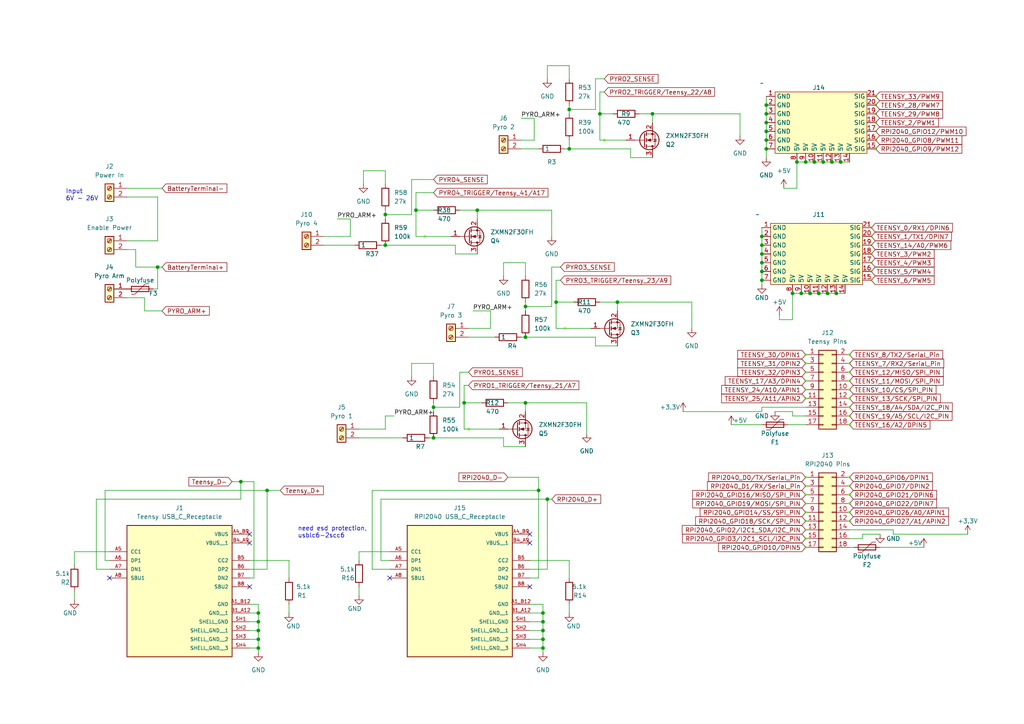
<source format=kicad_sch>
(kicad_sch (version 20231120) (generator "eeschema") (generator_version "8.0")
  (paper "A4")
  (lib_symbols
    (symbol "Conn03x05_1"
      (property "Reference" "J" (at 0 0 0))
      (symbol "Conn03x05_1_1_1"
        (pin power_in line (at 1.27 -3.81 0) (length 2.54) (name "GND") (number "1"))
        (pin power_in line (at 15.24 -22.86 90) (length 2.54) (name "5V") (number "10"))
        (pin power_in line (at 17.78 -22.86 90) (length 2.54) (name "5V") (number "11"))
        (pin power_in line (at 20.32 -22.86 90) (length 2.54) (name "5V") (number "12"))
        (pin power_in line (at 22.86 -22.86 90) (length 2.54) (name "5V") (number "13"))
        (pin power_in line (at 25.4 -22.86 90) (length 2.54) (name "5V") (number "14"))
        (pin bidirectional line (at 33.02 -19.05 180) (length 2.54) (name "SIG") (number "15"))
        (pin bidirectional line (at 33.02 -16.51 180) (length 2.54) (name "SIG") (number "16"))
        (pin bidirectional line (at 33.02 -13.97 180) (length 2.54) (name "SIG") (number "17"))
        (pin bidirectional line (at 33.02 -11.43 180) (length 2.54) (name "SIG") (number "18"))
        (pin bidirectional line (at 33.02 -8.89 180) (length 2.54) (name "SIG") (number "19"))
        (pin power_in line (at 1.27 -6.35 0) (length 2.54) (name "GND") (number "2"))
        (pin bidirectional line (at 33.02 -6.35 180) (length 2.54) (name "SIG") (number "20"))
        (pin bidirectional line (at 33.02 -3.81 180) (length 2.54) (name "SIG") (number "21"))
        (pin power_in line (at 1.27 -8.89 0) (length 2.54) (name "GND") (number "3"))
        (pin power_in line (at 1.27 -11.43 0) (length 2.54) (name "GND") (number "4"))
        (pin power_in line (at 1.27 -13.97 0) (length 2.54) (name "GND") (number "5"))
        (pin power_in line (at 1.27 -16.51 0) (length 2.54) (name "GND") (number "6"))
        (pin power_in line (at 1.27 -19.05 0) (length 2.54) (name "GND") (number "7"))
        (pin power_in line (at 10.16 -22.86 90) (length 2.54) (name "5V") (number "8"))
        (pin power_in line (at 12.7 -22.86 90) (length 2.54) (name "5V") (number "9"))
      )
    )
    (symbol "Connector:Screw_Terminal_01x02" (pin_names (offset 1.016) hide)
      (property "Reference" "J" (at 0 2.54 0))
      (property "Value" "Screw_Terminal_01x02" (at 0 -5.08 0))
      (symbol "Screw_Terminal_01x02_1_1"
        (pin passive line (at -5.08 0 0) (length 3.81) (name "Pin_1") (number "1"))
        (pin passive line (at -5.08 -2.54 0) (length 3.81) (name "Pin_2") (number "2"))
      )
    )
    (symbol "Connector_Generic:Conn_02x09_Odd_Even" (pin_names (offset 1.016) hide)
      (property "Reference" "J" (at 1.27 12.7 0))
      (property "Value" "Conn_02x09_Odd_Even" (at 1.27 -12.7 0))
      (symbol "Conn_02x09_Odd_Even_1_1"
        (pin passive line (at -5.08 10.16 0) (length 3.81) (name "Pin_1") (number "1"))
        (pin passive line (at 7.62 0 180) (length 3.81) (name "Pin_10") (number "10"))
        (pin passive line (at -5.08 -2.54 0) (length 3.81) (name "Pin_11") (number "11"))
        (pin passive line (at 7.62 -2.54 180) (length 3.81) (name "Pin_12") (number "12"))
        (pin passive line (at -5.08 -5.08 0) (length 3.81) (name "Pin_13") (number "13"))
        (pin passive line (at 7.62 -5.08 180) (length 3.81) (name "Pin_14") (number "14"))
        (pin passive line (at -5.08 -7.62 0) (length 3.81) (name "Pin_15") (number "15"))
        (pin passive line (at 7.62 -7.62 180) (length 3.81) (name "Pin_16") (number "16"))
        (pin passive line (at -5.08 -10.16 0) (length 3.81) (name "Pin_17") (number "17"))
        (pin passive line (at 7.62 -10.16 180) (length 3.81) (name "Pin_18") (number "18"))
        (pin passive line (at 7.62 10.16 180) (length 3.81) (name "Pin_2") (number "2"))
        (pin passive line (at -5.08 7.62 0) (length 3.81) (name "Pin_3") (number "3"))
        (pin passive line (at 7.62 7.62 180) (length 3.81) (name "Pin_4") (number "4"))
        (pin passive line (at -5.08 5.08 0) (length 3.81) (name "Pin_5") (number "5"))
        (pin passive line (at 7.62 5.08 180) (length 3.81) (name "Pin_6") (number "6"))
        (pin passive line (at -5.08 2.54 0) (length 3.81) (name "Pin_7") (number "7"))
        (pin passive line (at 7.62 2.54 180) (length 3.81) (name "Pin_8") (number "8"))
        (pin passive line (at -5.08 0 0) (length 3.81) (name "Pin_9") (number "9"))
      )
    )
    (symbol "CustomLibrary:Conn03x05"
      (property "Reference" "J" (at 0 0 0))
      (symbol "Conn03x05_1_1"
        (pin power_in line (at 1.27 -3.81 0) (length 2.54) (name "GND") (number "1"))
        (pin power_in line (at 15.24 -22.86 90) (length 2.54) (name "5V") (number "10"))
        (pin power_in line (at 17.78 -22.86 90) (length 2.54) (name "5V") (number "11"))
        (pin power_in line (at 20.32 -22.86 90) (length 2.54) (name "5V") (number "12"))
        (pin power_in line (at 22.86 -22.86 90) (length 2.54) (name "5V") (number "13"))
        (pin power_in line (at 25.4 -22.86 90) (length 2.54) (name "5V") (number "14"))
        (pin bidirectional line (at 33.02 -19.05 180) (length 2.54) (name "SIG") (number "15"))
        (pin bidirectional line (at 33.02 -16.51 180) (length 2.54) (name "SIG") (number "16"))
        (pin bidirectional line (at 33.02 -13.97 180) (length 2.54) (name "SIG") (number "17"))
        (pin bidirectional line (at 33.02 -11.43 180) (length 2.54) (name "SIG") (number "18"))
        (pin bidirectional line (at 33.02 -8.89 180) (length 2.54) (name "SIG") (number "19"))
        (pin power_in line (at 1.27 -6.35 0) (length 2.54) (name "GND") (number "2"))
        (pin bidirectional line (at 33.02 -6.35 180) (length 2.54) (name "SIG") (number "20"))
        (pin bidirectional line (at 33.02 -3.81 180) (length 2.54) (name "SIG") (number "21"))
        (pin power_in line (at 1.27 -8.89 0) (length 2.54) (name "GND") (number "3"))
        (pin power_in line (at 1.27 -11.43 0) (length 2.54) (name "GND") (number "4"))
        (pin power_in line (at 1.27 -13.97 0) (length 2.54) (name "GND") (number "5"))
        (pin power_in line (at 1.27 -16.51 0) (length 2.54) (name "GND") (number "6"))
        (pin power_in line (at 1.27 -19.05 0) (length 2.54) (name "GND") (number "7"))
        (pin power_in line (at 10.16 -22.86 90) (length 2.54) (name "5V") (number "8"))
        (pin power_in line (at 12.7 -22.86 90) (length 2.54) (name "5V") (number "9"))
      )
    )
    (symbol "Device:Polyfuse" (pin_numbers hide) (pin_names (offset 0))
      (property "Reference" "F" (at -2.54 0 90))
      (property "Value" "Polyfuse" (at 2.54 0 90))
      (symbol "Polyfuse_1_1"
        (pin passive line (at 0 3.81 270) (length 1.27) (name "~") (number "1"))
        (pin passive line (at 0 -3.81 90) (length 1.27) (name "~") (number "2"))
      )
    )
    (symbol "Device:R" (pin_numbers hide) (pin_names (offset 0))
      (property "Reference" "R" (at 2.032 0 90))
      (property "Value" "R" (at 0 0 90))
      (symbol "R_1_1"
        (pin passive line (at 0 3.81 270) (length 1.27) (name "~") (number "1"))
        (pin passive line (at 0 -3.81 90) (length 1.27) (name "~") (number "2"))
      )
    )
    (symbol "Transistor_FET:ZXMN2F30FH" (pin_names hide)
      (property "Reference" "Q" (at 5.08 1.905 0))
      (property "Value" "ZXMN2F30FH" (at 5.08 0 0))
      (symbol "ZXMN2F30FH_1_1"
        (pin input line (at -5.08 0 0) (length 2.54) (name "G") (number "1"))
        (pin passive line (at 2.54 -5.08 90) (length 2.54) (name "S") (number "2"))
        (pin passive line (at 2.54 5.08 270) (length 2.54) (name "D") (number "3"))
      )
    )
    (symbol "USBC:USB4105-GF-A" (pin_names (offset 1.016))
      (property "Reference" "J" (at -15.24 13.97 0))
      (property "Value" "USB4105-GF-A" (at -15.24 -27.94 0))
      (symbol "USB4105-GF-A_0_0"
        (pin power_in line (at 20.32 -10.16 180) (length 5.08) (name "GND") (number "A1_B12"))
        (pin power_in line (at 20.32 10.16 180) (length 5.08) (name "VBUS") (number "A4_B9"))
        (pin bidirectional line (at -20.32 5.08 0) (length 5.08) (name "CC1") (number "A5"))
        (pin bidirectional line (at -20.32 2.54 0) (length 5.08) (name "DP1") (number "A6"))
        (pin bidirectional line (at -20.32 0 0) (length 5.08) (name "DN1") (number "A7"))
        (pin bidirectional line (at -20.32 -2.54 0) (length 5.08) (name "SBU1") (number "A8"))
        (pin power_in line (at 20.32 -12.7 180) (length 5.08) (name "GND__1") (number "B1_A12"))
        (pin power_in line (at 20.32 7.62 180) (length 5.08) (name "VBUS__1") (number "B4_A9"))
        (pin bidirectional line (at 20.32 2.54 180) (length 5.08) (name "CC2") (number "B5"))
        (pin bidirectional line (at 20.32 0 180) (length 5.08) (name "DP2") (number "B6"))
        (pin bidirectional line (at 20.32 -2.54 180) (length 5.08) (name "DN2") (number "B7"))
        (pin bidirectional line (at 20.32 -5.08 180) (length 5.08) (name "SBU2") (number "B8"))
        (pin power_in line (at 20.32 -15.24 180) (length 5.08) (name "SHELL_GND") (number "SH1"))
        (pin power_in line (at 20.32 -17.78 180) (length 5.08) (name "SHELL_GND__1") (number "SH2"))
        (pin power_in line (at 20.32 -20.32 180) (length 5.08) (name "SHELL_GND__2") (number "SH3"))
        (pin power_in line (at 20.32 -22.86 180) (length 5.08) (name "SHELL_GND__3") (number "SH4"))
      )
    )
    (symbol "power:+3.3V" (power) (pin_names (offset 0))
      (property "Value" "+3.3V" (at 0 3.556 0))
      (symbol "+3.3V_1_1"
        (pin power_in line (at 0 0 90) (length 0) hide (name "+3.3V") (number "1"))
      )
    )
    (symbol "power:+5V" (power) (pin_names (offset 0))
      (property "Value" "+5V" (at 0 3.556 0))
      (symbol "+5V_1_1"
        (pin power_in line (at 0 0 90) (length 0) hide (name "+5V") (number "1"))
      )
    )
    (symbol "power:GND" (power) (pin_names (offset 0))
      (property "Value" "GND" (at 0 -3.81 0))
      (symbol "GND_1_1"
        (pin power_in line (at 0 0 270) (length 0) hide (name "GND") (number "1"))
      )
    )
  )
  (junction (at 157.48 187.96))
  (junction (at 111.76 62.23))
  (junction (at 152.4 88.9))
  (junction (at 222.25 35.56))
  (junction (at 156.21 142.24))
  (junction (at 157.48 177.8))
  (junction (at 157.48 182.88))
  (junction (at 125.73 127))
  (junction (at 134.62 116.84))
  (junction (at 165.1 43.18))
  (junction (at 222.25 38.1))
  (junction (at 241.3 46.99))
  (junction (at 179.07 87.63))
  (junction (at 111.76 71.12))
  (junction (at 240.03 85.09))
  (junction (at 220.98 68.58))
  (junction (at 231.14 46.99))
  (junction (at 222.25 33.02))
  (junction (at 120.65 60.96))
  (junction (at 237.49 85.09))
  (junction (at 222.25 43.18))
  (junction (at 234.95 85.09))
  (junction (at 74.93 177.8))
  (junction (at 158.75 144.78))
  (junction (at 77.47 142.24))
  (junction (at 74.93 185.42))
  (junction (at 69.85 139.7))
  (junction (at 189.23 33.02))
  (junction (at 220.98 73.66))
  (junction (at 222.25 40.64))
  (junction (at 173.99 33.02))
  (junction (at 220.98 76.2))
  (junction (at 220.98 81.28))
  (junction (at 74.93 187.96))
  (junction (at 152.4 97.79))
  (junction (at 242.57 85.09))
  (junction (at 222.25 30.48))
  (junction (at 45.72 77.47))
  (junction (at 161.29 87.63))
  (junction (at 157.48 180.34))
  (junction (at 138.43 60.96))
  (junction (at 74.93 182.88))
  (junction (at 74.93 180.34))
  (junction (at 232.41 85.09))
  (junction (at 238.76 46.99))
  (junction (at 165.1 31.75))
  (junction (at 220.98 78.74))
  (junction (at 152.4 116.84))
  (junction (at 229.87 85.09))
  (junction (at 220.98 71.12))
  (junction (at 236.22 46.99))
  (junction (at 125.73 118.11))
  (junction (at 233.68 46.99))
  (junction (at 243.84 46.99))
  (junction (at 157.48 185.42))
  (no_connect (at 113.03 167.64))
  (no_connect (at 153.67 170.18))
  (no_connect (at 31.75 167.64))
  (no_connect (at 153.67 154.94))
  (no_connect (at 72.39 170.18))
  (no_connect (at 72.39 157.48))
  (no_connect (at 72.39 154.94))
  (no_connect (at 153.67 157.48))
  (wire (pts (xy 157.48 180.34) (xy 157.48 182.88)))
  (wire (pts (xy 72.39 167.64) (xy 73.66 167.64)))
  (wire (pts (xy 21.59 163.83) (xy 21.59 160.02)))
  (wire (pts (xy 165.1 30.48) (xy 165.1 31.75)))
  (wire (pts (xy 222.25 38.1) (xy 222.25 40.64)))
  (wire (pts (xy 125.73 118.11) (xy 125.73 119.38)))
  (wire (pts (xy 133.35 107.95) (xy 133.35 118.11)))
  (wire (pts (xy 161.29 81.28) (xy 161.29 87.63)))
  (wire (pts (xy 125.73 55.88) (xy 120.65 55.88)))
  (wire (pts (xy 27.94 144.78) (xy 69.85 144.78)))
  (wire (pts (xy 93.98 68.58) (xy 101.6 68.58)))
  (wire (pts (xy 160.02 77.47) (xy 160.02 88.9)))
  (wire (pts (xy 39.37 72.39) (xy 36.83 72.39)))
  (wire (pts (xy 229.87 120.65) (xy 233.68 120.65)))
  (wire (pts (xy 179.07 87.63) (xy 200.66 87.63)))
  (wire (pts (xy 157.48 185.42) (xy 157.48 187.96)))
  (wire (pts (xy 152.4 76.2) (xy 152.4 80.01)))
  (wire (pts (xy 74.93 185.42) (xy 74.93 187.96)))
  (wire (pts (xy 157.48 187.96) (xy 157.48 189.23)))
  (wire (pts (xy 231.14 54.61) (xy 231.14 46.99)))
  (wire (pts (xy 198.12 119.38) (xy 220.98 119.38)))
  (wire (pts (xy 133.35 60.96) (xy 138.43 60.96)))
  (wire (pts (xy 153.67 177.8) (xy 157.48 177.8)))
  (wire (pts (xy 161.29 95.25) (xy 171.45 95.25)))
  (wire (pts (xy 173.99 26.67) (xy 173.99 33.02)))
  (wire (pts (xy 165.1 40.64) (xy 165.1 43.18)))
  (wire (pts (xy 120.65 60.96) (xy 120.65 68.58)))
  (wire (pts (xy 110.49 162.56) (xy 113.03 162.56)))
  (wire (pts (xy 172.72 22.86) (xy 172.72 31.75)))
  (wire (pts (xy 125.73 116.84) (xy 125.73 118.11)))
  (wire (pts (xy 166.37 87.63) (xy 161.29 87.63)))
  (wire (pts (xy 146.05 76.2) (xy 152.4 76.2)))
  (wire (pts (xy 111.76 62.23) (xy 111.76 63.5)))
  (wire (pts (xy 31.75 162.56) (xy 30.48 162.56)))
  (wire (pts (xy 72.39 162.56) (xy 83.82 162.56)))
  (wire (pts (xy 259.08 153.67) (xy 246.38 153.67)))
  (wire (pts (xy 135.89 95.25) (xy 142.24 95.25)))
  (wire (pts (xy 220.98 118.11) (xy 233.68 118.11)))
  (wire (pts (xy 110.49 144.78) (xy 158.75 144.78)))
  (wire (pts (xy 104.14 127) (xy 116.84 127)))
  (wire (pts (xy 30.48 162.56) (xy 30.48 142.24)))
  (wire (pts (xy 72.39 165.1) (xy 77.47 165.1)))
  (wire (pts (xy 237.49 85.09) (xy 240.03 85.09)))
  (wire (pts (xy 132.08 73.66) (xy 138.43 73.66)))
  (wire (pts (xy 111.76 120.65) (xy 114.3 120.65)))
  (wire (pts (xy 222.25 35.56) (xy 222.25 38.1)))
  (wire (pts (xy 226.06 92.71) (xy 229.87 92.71)))
  (wire (pts (xy 119.38 109.22) (xy 119.38 105.41)))
  (wire (pts (xy 153.67 180.34) (xy 157.48 180.34)))
  (wire (pts (xy 151.13 40.64) (xy 154.94 40.64)))
  (wire (pts (xy 119.38 62.23) (xy 111.76 62.23)))
  (wire (pts (xy 151.13 97.79) (xy 152.4 97.79)))
  (wire (pts (xy 111.76 60.96) (xy 111.76 62.23)))
  (wire (pts (xy 243.84 46.99) (xy 246.38 46.99)))
  (wire (pts (xy 222.25 27.94) (xy 222.25 30.48)))
  (wire (pts (xy 39.37 77.47) (xy 39.37 72.39)))
  (wire (pts (xy 45.72 57.15) (xy 45.72 69.85)))
  (wire (pts (xy 41.91 90.17) (xy 46.99 90.17)))
  (wire (pts (xy 185.42 33.02) (xy 189.23 33.02)))
  (wire (pts (xy 135.89 111.76) (xy 134.62 111.76)))
  (wire (pts (xy 153.67 162.56) (xy 165.1 162.56)))
  (wire (pts (xy 39.37 77.47) (xy 45.72 77.47)))
  (wire (pts (xy 158.75 165.1) (xy 153.67 165.1)))
  (wire (pts (xy 170.18 116.84) (xy 170.18 125.73)))
  (wire (pts (xy 107.95 142.24) (xy 156.21 142.24)))
  (wire (pts (xy 220.98 66.04) (xy 220.98 68.58)))
  (wire (pts (xy 214.63 33.02) (xy 214.63 39.37)))
  (wire (pts (xy 138.43 60.96) (xy 138.43 63.5)))
  (wire (pts (xy 250.19 156.21) (xy 246.38 156.21)))
  (wire (pts (xy 73.66 167.64) (xy 73.66 139.7)))
  (wire (pts (xy 222.25 30.48) (xy 222.25 33.02)))
  (wire (pts (xy 74.93 187.96) (xy 74.93 189.23)))
  (wire (pts (xy 182.88 45.72) (xy 189.23 45.72)))
  (wire (pts (xy 165.1 31.75) (xy 165.1 33.02)))
  (wire (pts (xy 153.67 175.26) (xy 157.48 175.26)))
  (wire (pts (xy 175.26 26.67) (xy 173.99 26.67)))
  (wire (pts (xy 36.83 54.61) (xy 46.99 54.61)))
  (wire (pts (xy 21.59 173.99) (xy 21.59 171.45)))
  (wire (pts (xy 224.79 119.38) (xy 229.87 119.38)))
  (wire (pts (xy 220.98 76.2) (xy 220.98 78.74)))
  (wire (pts (xy 220.98 73.66) (xy 220.98 76.2)))
  (wire (pts (xy 111.76 124.46) (xy 111.76 120.65)))
  (wire (pts (xy 120.65 55.88) (xy 120.65 60.96)))
  (wire (pts (xy 134.62 124.46) (xy 144.78 124.46)))
  (wire (pts (xy 132.08 71.12) (xy 132.08 73.66)))
  (wire (pts (xy 134.62 111.76) (xy 134.62 116.84)))
  (wire (pts (xy 220.98 71.12) (xy 220.98 73.66)))
  (wire (pts (xy 74.93 175.26) (xy 74.93 177.8)))
  (wire (pts (xy 74.93 182.88) (xy 74.93 185.42)))
  (wire (pts (xy 151.13 43.18) (xy 156.21 43.18)))
  (wire (pts (xy 41.91 90.17) (xy 41.91 86.36)))
  (wire (pts (xy 220.98 119.38) (xy 220.98 118.11)))
  (wire (pts (xy 146.05 127) (xy 146.05 129.54)))
  (wire (pts (xy 163.83 43.18) (xy 165.1 43.18)))
  (wire (pts (xy 72.39 187.96) (xy 74.93 187.96)))
  (wire (pts (xy 172.72 31.75) (xy 165.1 31.75)))
  (wire (pts (xy 228.6 123.19) (xy 233.68 123.19)))
  (wire (pts (xy 105.41 49.53) (xy 111.76 49.53)))
  (wire (pts (xy 110.49 144.78) (xy 110.49 162.56)))
  (wire (pts (xy 125.73 105.41) (xy 125.73 109.22)))
  (wire (pts (xy 212.09 123.19) (xy 220.98 123.19)))
  (wire (pts (xy 160.02 88.9) (xy 152.4 88.9)))
  (wire (pts (xy 238.76 46.99) (xy 241.3 46.99)))
  (wire (pts (xy 110.49 71.12) (xy 111.76 71.12)))
  (wire (pts (xy 247.65 158.75) (xy 246.38 158.75)))
  (wire (pts (xy 220.98 81.28) (xy 220.98 78.74)))
  (wire (pts (xy 154.94 40.64) (xy 154.94 34.29)))
  (wire (pts (xy 222.25 43.18) (xy 222.25 40.64)))
  (wire (pts (xy 189.23 33.02) (xy 214.63 33.02)))
  (wire (pts (xy 21.59 160.02) (xy 31.75 160.02)))
  (wire (pts (xy 27.94 165.1) (xy 27.94 144.78)))
  (wire (pts (xy 165.1 162.56) (xy 165.1 167.64)))
  (wire (pts (xy 157.48 182.88) (xy 157.48 185.42)))
  (wire (pts (xy 124.46 127) (xy 125.73 127)))
  (wire (pts (xy 234.95 85.09) (xy 237.49 85.09)))
  (wire (pts (xy 165.1 19.05) (xy 165.1 22.86)))
  (wire (pts (xy 160.02 77.47) (xy 162.56 77.47)))
  (wire (pts (xy 158.75 144.78) (xy 158.75 165.1)))
  (wire (pts (xy 161.29 87.63) (xy 161.29 95.25)))
  (wire (pts (xy 119.38 52.07) (xy 119.38 62.23)))
  (wire (pts (xy 152.4 88.9) (xy 152.4 90.17)))
  (wire (pts (xy 255.27 154.94) (xy 250.19 154.94)))
  (wire (pts (xy 226.06 92.71) (xy 226.06 91.44)))
  (wire (pts (xy 133.35 118.11) (xy 125.73 118.11)))
  (wire (pts (xy 250.19 154.94) (xy 250.19 156.21)))
  (wire (pts (xy 119.38 105.41) (xy 125.73 105.41)))
  (wire (pts (xy 111.76 71.12) (xy 132.08 71.12)))
  (wire (pts (xy 104.14 172.72) (xy 104.14 170.18)))
  (wire (pts (xy 182.88 43.18) (xy 182.88 45.72)))
  (wire (pts (xy 30.48 142.24) (xy 77.47 142.24)))
  (wire (pts (xy 104.14 124.46) (xy 111.76 124.46)))
  (wire (pts (xy 160.02 60.96) (xy 160.02 68.58)))
  (wire (pts (xy 233.68 46.99) (xy 236.22 46.99)))
  (wire (pts (xy 142.24 90.17) (xy 137.16 90.17)))
  (wire (pts (xy 229.87 85.09) (xy 232.41 85.09)))
  (wire (pts (xy 77.47 142.24) (xy 81.28 142.24)))
  (wire (pts (xy 220.98 68.58) (xy 220.98 71.12)))
  (wire (pts (xy 153.67 182.88) (xy 157.48 182.88)))
  (wire (pts (xy 153.67 185.42) (xy 157.48 185.42)))
  (wire (pts (xy 173.99 40.64) (xy 181.61 40.64)))
  (wire (pts (xy 152.4 116.84) (xy 170.18 116.84)))
  (wire (pts (xy 101.6 63.5) (xy 97.79 63.5)))
  (wire (pts (xy 157.48 175.26) (xy 157.48 177.8)))
  (wire (pts (xy 229.87 119.38) (xy 229.87 120.65)))
  (wire (pts (xy 172.72 100.33) (xy 179.07 100.33)))
  (wire (pts (xy 135.89 97.79) (xy 143.51 97.79)))
  (wire (pts (xy 113.03 165.1) (xy 107.95 165.1)))
  (wire (pts (xy 231.14 46.99) (xy 233.68 46.99)))
  (wire (pts (xy 236.22 46.99) (xy 238.76 46.99)))
  (wire (pts (xy 175.26 22.86) (xy 172.72 22.86)))
  (wire (pts (xy 177.8 33.02) (xy 173.99 33.02)))
  (wire (pts (xy 138.43 60.96) (xy 160.02 60.96)))
  (wire (pts (xy 72.39 180.34) (xy 74.93 180.34)))
  (wire (pts (xy 229.87 92.71) (xy 229.87 85.09)))
  (wire (pts (xy 146.05 80.01) (xy 146.05 76.2)))
  (wire (pts (xy 165.1 177.8) (xy 165.1 175.26)))
  (wire (pts (xy 172.72 97.79) (xy 172.72 100.33)))
  (wire (pts (xy 111.76 49.53) (xy 111.76 53.34)))
  (wire (pts (xy 173.99 33.02) (xy 173.99 40.64)))
  (wire (pts (xy 74.93 177.8) (xy 74.93 180.34)))
  (wire (pts (xy 44.45 83.82) (xy 45.72 83.82)))
  (wire (pts (xy 83.82 162.56) (xy 83.82 167.64)))
  (wire (pts (xy 158.75 22.86) (xy 158.75 19.05)))
  (wire (pts (xy 259.08 154.94) (xy 259.08 153.67)))
  (wire (pts (xy 134.62 116.84) (xy 134.62 124.46)))
  (wire (pts (xy 120.65 68.58) (xy 130.81 68.58)))
  (wire (pts (xy 227.33 54.61) (xy 231.14 54.61)))
  (wire (pts (xy 147.32 138.43) (xy 156.21 138.43)))
  (wire (pts (xy 152.4 116.84) (xy 152.4 119.38)))
  (wire (pts (xy 72.39 177.8) (xy 74.93 177.8)))
  (wire (pts (xy 72.39 182.88) (xy 74.93 182.88)))
  (wire (pts (xy 160.02 144.78) (xy 158.75 144.78)))
  (wire (pts (xy 41.91 86.36) (xy 36.83 86.36)))
  (wire (pts (xy 241.3 46.99) (xy 243.84 46.99)))
  (wire (pts (xy 259.08 154.94) (xy 280.67 154.94)))
  (wire (pts (xy 133.35 107.95) (xy 135.89 107.95)))
  (wire (pts (xy 69.85 144.78) (xy 69.85 139.7)))
  (wire (pts (xy 74.93 180.34) (xy 74.93 182.88)))
  (wire (pts (xy 107.95 165.1) (xy 107.95 142.24)))
  (wire (pts (xy 162.56 81.28) (xy 161.29 81.28)))
  (wire (pts (xy 77.47 165.1) (xy 77.47 142.24)))
  (wire (pts (xy 153.67 167.64) (xy 156.21 167.64)))
  (wire (pts (xy 222.25 33.02) (xy 222.25 35.56)))
  (wire (pts (xy 45.72 77.47) (xy 46.99 77.47)))
  (wire (pts (xy 147.32 116.84) (xy 152.4 116.84)))
  (wire (pts (xy 165.1 43.18) (xy 182.88 43.18)))
  (wire (pts (xy 156.21 167.64) (xy 156.21 142.24)))
  (wire (pts (xy 153.67 187.96) (xy 157.48 187.96)))
  (wire (pts (xy 104.14 160.02) (xy 113.03 160.02)))
  (wire (pts (xy 139.7 116.84) (xy 134.62 116.84)))
  (wire (pts (xy 232.41 85.09) (xy 234.95 85.09)))
  (wire (pts (xy 105.41 53.34) (xy 105.41 49.53)))
  (wire (pts (xy 146.05 129.54) (xy 152.4 129.54)))
  (wire (pts (xy 154.94 34.29) (xy 151.13 34.29)))
  (wire (pts (xy 156.21 142.24) (xy 156.21 138.43)))
  (wire (pts (xy 222.25 45.72) (xy 222.25 43.18)))
  (wire (pts (xy 93.98 71.12) (xy 102.87 71.12)))
  (wire (pts (xy 72.39 175.26) (xy 74.93 175.26)))
  (wire (pts (xy 125.73 127) (xy 146.05 127)))
  (wire (pts (xy 83.82 177.8) (xy 83.82 175.26)))
  (wire (pts (xy 158.75 19.05) (xy 165.1 19.05)))
  (wire (pts (xy 101.6 68.58) (xy 101.6 63.5)))
  (wire (pts (xy 267.97 158.75) (xy 255.27 158.75)))
  (wire (pts (xy 200.66 87.63) (xy 200.66 95.25)))
  (wire (pts (xy 31.75 165.1) (xy 27.94 165.1)))
  (wire (pts (xy 69.85 139.7) (xy 67.31 139.7)))
  (wire (pts (xy 189.23 33.02) (xy 189.23 35.56)))
  (wire (pts (xy 73.66 139.7) (xy 69.85 139.7)))
  (wire (pts (xy 152.4 87.63) (xy 152.4 88.9)))
  (wire (pts (xy 157.48 177.8) (xy 157.48 180.34)))
  (wire (pts (xy 220.98 82.55) (xy 220.98 81.28)))
  (wire (pts (xy 72.39 185.42) (xy 74.93 185.42)))
  (wire (pts (xy 240.03 85.09) (xy 242.57 85.09)))
  (wire (pts (xy 45.72 77.47) (xy 45.72 83.82)))
  (wire (pts (xy 119.38 52.07) (xy 125.73 52.07)))
  (wire (pts (xy 36.83 57.15) (xy 45.72 57.15)))
  (wire (pts (xy 179.07 87.63) (xy 179.07 90.17)))
  (wire (pts (xy 173.99 87.63) (xy 179.07 87.63)))
  (wire (pts (xy 152.4 97.79) (xy 172.72 97.79)))
  (wire (pts (xy 104.14 162.56) (xy 104.14 160.02)))
  (wire (pts (xy 242.57 85.09) (xy 245.11 85.09)))
  (wire (pts (xy 125.73 60.96) (xy 120.65 60.96)))
  (wire (pts (xy 36.83 69.85) (xy 45.72 69.85)))
  (wire (pts (xy 142.24 95.25) (xy 142.24 90.17)))
  (text "need esd protection,\nusblc6-2scc6" (at 86.36 156.21 0) (effects (font (size 1.27 1.27)) (justify left bottom)))
  (text "Input \n6V - 26V" (at 19.05 58.42 0) (effects (font (size 1.27 1.27)) (justify left bottom)))
  (label "PYRO_ARM+" (at 114.3 120.65 0))
  (label "PYRO_ARM+" (at 97.79 63.5 0))
  (label "PYRO_ARM+" (at 137.16 90.17 0))
  (label "PYRO_ARM+" (at 151.13 34.29 0))
  (global_label "RPI2040_GPIO7{slash}DPIN2" (shape input) (at 246.38 140.97 0) (property "Intersheetrefs" "${INTERSHEET_REFS}" (effects (hide yes))))
  (global_label "RPI2040_GPIO18{slash}SCK{slash}SPI_PIN" (shape input) (at 233.68 151.13 180) (property "Intersheetrefs" "${INTERSHEET_REFS}" (effects (hide yes))))
  (global_label "TEENSY_25{slash}A11{slash}APIN2" (shape input) (at 233.68 115.57 180) (property "Intersheetrefs" "${INTERSHEET_REFS}" (effects (hide yes))))
  (global_label "RPI2040_GPIO14{slash}SS{slash}SPI_PIN" (shape input) (at 233.68 148.59 180) (property "Intersheetrefs" "${INTERSHEET_REFS}" (effects (hide yes))))
  (global_label "PYRO2_TRIGGER{slash}Teensy_22{slash}A8" (shape input) (at 175.26 26.67 0) (property "Intersheetrefs" "${INTERSHEET_REFS}" (effects (hide yes))))
  (global_label "TEENSY_32{slash}DPIN3" (shape input) (at 233.68 107.95 180) (property "Intersheetrefs" "${INTERSHEET_REFS}" (effects (hide yes))))
  (global_label "TEENSY_16{slash}A2{slash}DPIN5" (shape input) (at 246.38 123.19 0) (property "Intersheetrefs" "${INTERSHEET_REFS}" (effects (hide yes))))
  (global_label "TEENSY_2{slash}PWM1" (shape input) (at 254 35.56 0) (property "Intersheetrefs" "${INTERSHEET_REFS}" (effects (hide yes))))
  (global_label "TEENSY_31{slash}DPIN2" (shape input) (at 233.68 105.41 180) (property "Intersheetrefs" "${INTERSHEET_REFS}" (effects (hide yes))))
  (global_label "TEENSY_7{slash}RX2{slash}Serial_Pin" (shape input) (at 246.38 105.41 0) (property "Intersheetrefs" "${INTERSHEET_REFS}" (effects (hide yes))))
  (global_label "RPI2040_GPIO9{slash}PWM12" (shape input) (at 254 43.18 0) (property "Intersheetrefs" "${INTERSHEET_REFS}" (effects (hide yes))))
  (global_label "BatteryTerminal+" (shape input) (at 46.99 77.47 0) (property "Intersheetrefs" "${INTERSHEET_REFS}" (effects (hide yes))))
  (global_label "PYRO4_TRIGGER{slash}Teensy_41{slash}A17" (shape input) (at 125.73 55.88 0) (property "Intersheetrefs" "${INTERSHEET_REFS}" (effects (hide yes))))
  (global_label "Teensy_D+" (shape input) (at 81.28 142.24 0) (property "Intersheetrefs" "${INTERSHEET_REFS}" (effects (hide yes))))
  (global_label "RPI2040_GPIO27{slash}A1{slash}APIN2" (shape input) (at 246.38 151.13 0) (property "Intersheetrefs" "${INTERSHEET_REFS}" (effects (hide yes))))
  (global_label "TEENSY_19{slash}A5{slash}SCL{slash}I2C_PIN" (shape input) (at 246.38 120.65 0) (property "Intersheetrefs" "${INTERSHEET_REFS}" (effects (hide yes))))
  (global_label "RPI2040_D0{slash}TX{slash}Serial_Pin" (shape input) (at 233.68 138.43 180) (property "Intersheetrefs" "${INTERSHEET_REFS}" (effects (hide yes))))
  (global_label "BatteryTerminal-" (shape input) (at 46.99 54.61 0) (property "Intersheetrefs" "${INTERSHEET_REFS}" (effects (hide yes))))
  (global_label "RPI2040_GPIO22{slash}DPIN7" (shape input) (at 246.38 146.05 0) (property "Intersheetrefs" "${INTERSHEET_REFS}" (effects (hide yes))))
  (global_label "RPI2040_GPIO6{slash}DPIN1" (shape input) (at 246.38 138.43 0) (property "Intersheetrefs" "${INTERSHEET_REFS}" (effects (hide yes))))
  (global_label "TEENSY_24{slash}A10{slash}APIN1" (shape input) (at 233.68 113.03 180) (property "Intersheetrefs" "${INTERSHEET_REFS}" (effects (hide yes))))
  (global_label "TEENSY_5{slash}PWM4" (shape input) (at 252.73 78.74 0) (property "Intersheetrefs" "${INTERSHEET_REFS}" (effects (hide yes))))
  (global_label "TEENSY_29{slash}PWM8" (shape input) (at 254 33.02 0) (property "Intersheetrefs" "${INTERSHEET_REFS}" (effects (hide yes))))
  (global_label "TEENSY_18{slash}A4{slash}SDA{slash}I2C_PIN" (shape input) (at 246.38 118.11 0) (property "Intersheetrefs" "${INTERSHEET_REFS}" (effects (hide yes))))
  (global_label "TEENSY_11{slash}MOSI{slash}SPI_PIN" (shape input) (at 246.38 110.49 0) (property "Intersheetrefs" "${INTERSHEET_REFS}" (effects (hide yes))))
  (global_label "PYRO2_SENSE" (shape input) (at 175.26 22.86 0) (property "Intersheetrefs" "${INTERSHEET_REFS}" (effects (hide yes))))
  (global_label "TEENSY_14{slash}A0{slash}PWM6" (shape input) (at 252.73 71.12 0) (property "Intersheetrefs" "${INTERSHEET_REFS}" (effects (hide yes))))
  (global_label "TEENSY_6{slash}PWM5" (shape input) (at 252.73 81.28 0) (property "Intersheetrefs" "${INTERSHEET_REFS}" (effects (hide yes))))
  (global_label "RPI2040_D1{slash}RX{slash}Serial_Pin" (shape input) (at 233.68 140.97 180) (property "Intersheetrefs" "${INTERSHEET_REFS}" (effects (hide yes))))
  (global_label "TEENSY_0{slash}RX1{slash}DPIN6" (shape input) (at 252.73 66.04 0) (property "Intersheetrefs" "${INTERSHEET_REFS}" (effects (hide yes))))
  (global_label "RPI2040_GPIO21{slash}DPIN6" (shape input) (at 246.38 143.51 0) (property "Intersheetrefs" "${INTERSHEET_REFS}" (effects (hide yes))))
  (global_label "PYRO3_SENSE" (shape input) (at 162.56 77.47 0) (property "Intersheetrefs" "${INTERSHEET_REFS}" (effects (hide yes))))
  (global_label "TEENSY_1{slash}TX1{slash}DPIN7" (shape input) (at 252.73 68.58 0) (property "Intersheetrefs" "${INTERSHEET_REFS}" (effects (hide yes))))
  (global_label "RPI2040_GPIO2{slash}I2C1_SDA{slash}I2C_PIN" (shape input) (at 233.68 153.67 180) (property "Intersheetrefs" "${INTERSHEET_REFS}" (effects (hide yes))))
  (global_label "TEENSY_8{slash}TX2{slash}Serial_Pin" (shape input) (at 246.38 102.87 0) (property "Intersheetrefs" "${INTERSHEET_REFS}" (effects (hide yes))))
  (global_label "RPI2040_D-" (shape input) (at 147.32 138.43 180) (property "Intersheetrefs" "${INTERSHEET_REFS}" (effects (hide yes))))
  (global_label "RPI2040_GPIO3{slash}I2C1_SCL{slash}I2C_PIN" (shape input) (at 233.68 156.21 180) (property "Intersheetrefs" "${INTERSHEET_REFS}" (effects (hide yes))))
  (global_label "PYRO_ARM+" (shape input) (at 46.99 90.17 0) (property "Intersheetrefs" "${INTERSHEET_REFS}" (effects (hide yes))))
  (global_label "TEENSY_3{slash}PWM2" (shape input) (at 252.73 73.66 0) (property "Intersheetrefs" "${INTERSHEET_REFS}" (effects (hide yes))))
  (global_label "RPI2040_GPIO8{slash}PWM11" (shape input) (at 254 40.64 0) (property "Intersheetrefs" "${INTERSHEET_REFS}" (effects (hide yes))))
  (global_label "RPI2040_GPIO12{slash}PWM10" (shape input) (at 254 38.1 0) (property "Intersheetrefs" "${INTERSHEET_REFS}" (effects (hide yes))))
  (global_label "Teensy_D-" (shape input) (at 67.31 139.7 180) (property "Intersheetrefs" "${INTERSHEET_REFS}" (effects (hide yes))))
  (global_label "TEENSY_12{slash}MISO{slash}SPI_PIN" (shape input) (at 246.38 107.95 0) (property "Intersheetrefs" "${INTERSHEET_REFS}" (effects (hide yes))))
  (global_label "RPI2040_GPIO26{slash}A0{slash}APIN1" (shape input) (at 246.38 148.59 0) (property "Intersheetrefs" "${INTERSHEET_REFS}" (effects (hide yes))))
  (global_label "TEENSY_28{slash}PWM7" (shape input) (at 254 30.48 0) (property "Intersheetrefs" "${INTERSHEET_REFS}" (effects (hide yes))))
  (global_label "PYRO4_SENSE" (shape input) (at 125.73 52.07 0) (property "Intersheetrefs" "${INTERSHEET_REFS}" (effects (hide yes))))
  (global_label "PYRO1_SENSE" (shape input) (at 135.89 107.95 0) (property "Intersheetrefs" "${INTERSHEET_REFS}" (effects (hide yes))))
  (global_label "RPI2040_GPIO19{slash}MOSI{slash}SPI_PIN" (shape input) (at 233.68 146.05 180) (property "Intersheetrefs" "${INTERSHEET_REFS}" (effects (hide yes))))
  (global_label "RPI2040_D+" (shape input) (at 160.02 144.78 0) (property "Intersheetrefs" "${INTERSHEET_REFS}" (effects (hide yes))))
  (global_label "PYRO1_TRIGGER{slash}Teensy_21{slash}A7" (shape input) (at 135.89 111.76 0) (property "Intersheetrefs" "${INTERSHEET_REFS}" (effects (hide yes))))
  (global_label "TEENSY_17{slash}A3{slash}DPIN4" (shape input) (at 233.68 110.49 180) (property "Intersheetrefs" "${INTERSHEET_REFS}" (effects (hide yes))))
  (global_label "TEENSY_30{slash}DPIN1" (shape input) (at 233.68 102.87 180) (property "Intersheetrefs" "${INTERSHEET_REFS}" (effects (hide yes))))
  (global_label "PYRO3_TRIGGER{slash}Teensy_23{slash}A9" (shape input) (at 162.56 81.28 0) (property "Intersheetrefs" "${INTERSHEET_REFS}" (effects (hide yes))))
  (global_label "TEENSY_13{slash}SCK{slash}SPI_PIN" (shape input) (at 246.38 115.57 0) (property "Intersheetrefs" "${INTERSHEET_REFS}" (effects (hide yes))))
  (global_label "RPI2040_GPIO16{slash}MISO{slash}SPI_PIN" (shape input) (at 233.68 143.51 180) (property "Intersheetrefs" "${INTERSHEET_REFS}" (effects (hide yes))))
  (global_label "TEENSY_4{slash}PWM3" (shape input) (at 252.73 76.2 0) (property "Intersheetrefs" "${INTERSHEET_REFS}" (effects (hide yes))))
  (global_label "RPI2040_GPIO10{slash}DPIN5" (shape input) (at 233.68 158.75 180) (property "Intersheetrefs" "${INTERSHEET_REFS}" (effects (hide yes))))
  (global_label "TEENSY_33{slash}PWM9" (shape input) (at 254 27.94 0) (property "Intersheetrefs" "${INTERSHEET_REFS}" (effects (hide yes))))
  (global_label "TEENSY_10{slash}CS{slash}SPI_PIN" (shape input) (at 246.38 113.03 0) (property "Intersheetrefs" "${INTERSHEET_REFS}" (effects (hide yes))))
  (netclass_flag "" (length 0.05) (shape dot) (at 233.68 156.21 0) (property "Netclass" "signal" (effects (hide yes))))
  (netclass_flag "" (length 0.05) (shape dot) (at 233.68 146.05 0) (property "Netclass" "signal" (effects (hide yes))))
  (netclass_flag "" (length 0.05) (shape dot) (at 252.73 71.12 0) (property "Netclass" "signal" (effects (hide yes))))
  (netclass_flag "" (length 0.05) (shape dot) (at 252.73 68.58 0) (property "Netclass" "signal" (effects (hide yes))))
  (netclass_flag "" (length 0.05) (shape dot) (at 252.73 78.74 0) (property "Netclass" "signal" (effects (hide yes))))
  (netclass_flag "" (length 0.05) (shape dot) (at 233.68 138.43 0) (property "Netclass" "signal" (effects (hide yes))))
  (netclass_flag "" (length 0.05) (shape dot) (at 252.73 76.2 0) (property "Netclass" "signal" (effects (hide yes))))
  (netclass_flag "" (length 0.05) (shape dot) (at 246.38 146.05 0) (property "Netclass" "signal" (effects (hide yes))))
  (netclass_flag "" (length 0.05) (shape dot) (at 246.38 143.51 0) (property "Netclass" "signal" (effects (hide yes))))
  (netclass_flag "" (length 0.05) (shape dot) (at 233.68 148.59 0) (property "Netclass" "signal" (effects (hide yes))))
  (netclass_flag "" (length 0.05) (shape dot) (at 246.38 107.95 0) (property "Netclass" "signal" (effects (hide yes))))
  (netclass_flag "" (length 0.05) (shape dot) (at 233.68 143.51 0) (property "Netclass" "signal" (effects (hide yes))))
  (netclass_flag "" (length 0.05) (shape dot) (at 246.38 151.13 0) (property "Netclass" "signal" (effects (hide yes))))
  (netclass_flag "" (length 0.05) (shape dot) (at 233.68 105.41 0) (property "Netclass" "signal" (effects (hide yes))))
  (netclass_flag "" (length 0.05) (shape dot) (at 135.89 124.46 270) (property "Netclass" "signal" (effects (hide yes))))
  (netclass_flag "" (length 0.05) (shape dot) (at 233.68 151.13 0) (property "Netclass" "signal" (effects (hide yes))))
  (netclass_flag "" (length 0.05) (shape dot) (at 252.73 73.66 0) (property "Netclass" "signal" (effects (hide yes))))
  (netclass_flag "" (length 0.05) (shape dot) (at 233.68 102.87 0) (property "Netclass" "signal" (effects (hide yes))))
  (netclass_flag "" (length 0.05) (shape dot) (at 246.38 105.41 0) (property "Netclass" "signal" (effects (hide yes))))
  (netclass_flag "" (length 0.05) (shape dot) (at 246.38 138.43 0) (property "Netclass" "signal" (effects (hide yes))))
  (netclass_flag "" (length 0.05) (shape dot) (at 254 40.64 0) (property "Netclass" "signal" (effects (hide yes))))
  (netclass_flag "" (length 0.05) (shape dot) (at 246.38 102.87 0) (property "Netclass" "signal" (effects (hide yes))))
  (netclass_flag "" (length 0.05) (shape dot) (at 254 33.02 0) (property "Netclass" "signal" (effects (hide yes))))
  (netclass_flag "" (length 0.05) (shape dot) (at 254 30.48 0) (property "Netclass" "signal" (effects (hide yes))))
  (netclass_flag "" (length 0.05) (shape dot) (at 233.68 158.75 0) (property "Netclass" "signal" (effects (hide yes))))
  (netclass_flag "" (length 0.05) (shape dot) (at 233.68 113.03 0) (property "Netclass" "signal" (effects (hide yes))))
  (netclass_flag "" (length 0.05) (shape dot) (at 254 35.56 0) (property "Netclass" "signal" (effects (hide yes))))
  (netclass_flag "" (length 0.05) (shape dot) (at 246.38 110.49 0) (property "Netclass" "signal" (effects (hide yes))))
  (netclass_flag "" (length 0.05) (shape dot) (at 246.38 140.97 0) (property "Netclass" "signal" (effects (hide yes))))
  (netclass_flag "" (length 0.05) (shape dot) (at 175.26 40.64 270) (property "Netclass" "signal" (effects (hide yes))))
  (netclass_flag "" (length 0.05) (shape dot) (at 252.73 66.04 0) (property "Netclass" "signal" (effects (hide yes))))
  (netclass_flag "" (length 0.05) (shape dot) (at 233.68 110.49 0) (property "Netclass" "signal" (effects (hide yes))))
  (netclass_flag "" (length 0.05) (shape dot) (at 246.38 113.03 0) (property "Netclass" "signal" (effects (hide yes))))
  (netclass_flag "" (length 0.05) (shape dot) (at 254 38.1 0) (property "Netclass" "signal" (effects (hide yes))))
  (netclass_flag "" (length 0.05) (shape dot) (at 246.38 115.57 0) (property "Netclass" "signal" (effects (hide yes))))
  (netclass_flag "" (length 0.05) (shape dot) (at 246.38 118.11 0) (property "Netclass" "signal" (effects (hide yes))))
  (netclass_flag "" (length 0.05) (shape dot) (at 123.19 68.58 270) (property "Netclass" "signal" (effects (hide yes))))
  (netclass_flag "" (length 0.05) (shape dot) (at 233.68 107.95 0) (property "Netclass" "signal" (effects (hide yes))))
  (netclass_flag "" (length 0.05) (shape dot) (at 233.68 115.57 0) (property "Netclass" "signal" (effects (hide yes))))
  (netclass_flag "" (length 0.05) (shape dot) (at 252.73 81.28 0) (property "Netclass" "signal" (effects (hide yes))))
  (netclass_flag "" (length 0.05) (shape dot) (at 254 27.94 0) (property "Netclass" "signal" (effects (hide yes))))
  (netclass_flag "" (length 0.05) (shape dot) (at 246.38 123.19 0) (property "Netclass" "signal" (effects (hide yes))))
  (netclass_flag "" (length 0.05) (shape dot) (at 233.68 153.67 0) (property "Netclass" "signal" (effects (hide yes))))
  (netclass_flag "" (length 0.05) (shape dot) (at 254 43.18 0) (property "Netclass" "signal" (effects (hide yes))))
  (netclass_flag "" (length 0.05) (shape dot) (at 233.68 140.97 0) (property "Netclass" "signal" (effects (hide yes))))
  (netclass_flag "" (length 0.05) (shape dot) (at 246.38 120.65 0) (property "Netclass" "signal" (effects (hide yes))))
  (netclass_flag "" (length 0.05) (shape dot) (at 163.83 95.25 270) (property "Netclass" "signal" (effects (hide yes))))
  (netclass_flag "" (length 0.05) (shape dot) (at 246.38 148.59 0) (property "Netclass" "signal" (effects (hide yes))))
  (symbol (lib_id "Connector:Screw_Terminal_01x02") (at 130.81 95.25 0) (mirror y) (unit 1)
    (property "Reference" "J7" (at 130.81 88.9 0))
    (property "Value" "Pyro 3" (at 130.81 91.44 0))
    (property "Footprint" "TerminalBlock_Phoenix:TerminalBlock_Phoenix_PT-1,5-2-5.0-H_1x02_P5.00mm_Horizontal" (effects (hide yes)))
  )
  (symbol (lib_id "Connector_Generic:Conn_02x09_Odd_Even") (at 238.76 148.59 0) (unit 1)
    (property "Reference" "J13" (at 240.03 132.08 0))
    (property "Value" "RPI2040 Pins" (at 240.03 134.62 0))
    (property "Footprint" "Connector_PinSocket_2.54mm:PinSocket_2x09_P2.54mm_Vertical" (effects (hide yes)))
  )
  (symbol (lib_id "Device:R") (at 152.4 93.98 0) (unit 1)
    (property "Reference" "R57" (at 154.94 92.71 0) (effects (justify left)))
    (property "Value" "100k" (at 154.94 95.25 0) (effects (justify left)))
    (property "Footprint" "Resistor_SMD:R_0603_1608Metric" (effects (hide yes)))
  )
  (symbol (lib_id "Device:Polyfuse") (at 251.46 158.75 90) (unit 1)
    (property "Reference" "F2" (at 251.46 163.83 90))
    (property "Value" "Polyfuse" (at 251.46 161.29 90))
    (property "Footprint" "Fuse:Fuse_1206_3216Metric" (effects (hide yes)))
    (property "Digikey" "https://www.digikey.in/en/products/detail/bel-fuse-inc/0ZCJ0050FF2G/4156133" (effects (hide yes)))
  )
  (symbol (lib_id "Device:R") (at 143.51 116.84 90) (unit 1)
    (property "Reference" "R12" (at 144.78 116.84 90) (effects (justify left)))
    (property "Value" "470" (at 144.78 119.38 90) (effects (justify left)))
    (property "Footprint" "Resistor_SMD:R_0603_1608Metric" (effects (hide yes)))
  )
  (symbol (lib_id "Device:R") (at 21.59 167.64 180) (unit 1)
    (property "Reference" "R2" (at 20.32 168.91 0) (effects (justify left)))
    (property "Value" "5.1k" (at 20.32 166.37 0) (effects (justify left)))
    (property "Footprint" "Resistor_SMD:R_0603_1608Metric" (effects (hide yes)))
  )
  (symbol (lib_id "Connector:Screw_Terminal_01x02") (at 99.06 124.46 0) (mirror y) (unit 1)
    (property "Reference" "J5" (at 99.06 118.11 0))
    (property "Value" "Pyro 1" (at 99.06 120.65 0))
    (property "Footprint" "TerminalBlock_Phoenix:TerminalBlock_Phoenix_PT-1,5-2-5.0-H_1x02_P5.00mm_Horizontal" (effects (hide yes)))
  )
  (symbol (lib_id "power:+5V") (at 212.09 123.19 0) (unit 1)
    (property "Reference" "#PWR040" (effects (hide yes)))
    (property "Value" "+5V" (at 214.63 121.92 0))
  )
  (symbol (lib_id "power:GND") (at 220.98 82.55 0) (unit 1)
    (property "Reference" "#PWR045" (effects (hide yes)))
    (property "Value" "GND" (at 220.98 86.36 0))
  )
  (symbol (lib_id "Transistor_FET:ZXMN2F30FH") (at 186.69 40.64 0) (mirror x) (unit 1)
    (property "Reference" "Q2" (at 193.04 41.91 0) (effects (justify left)))
    (property "Value" "ZXMN2F30FH" (at 193.04 39.37 0) (effects (justify left)))
    (property "Footprint" "Package_TO_SOT_SMD:SOT-23" (effects (hide yes)))
    (property "Datasheet" "http://www.diodes.com/assets/Datasheets/ZXMN2F30FH.pdf" (effects (hide yes)))
  )
  (symbol (lib_id "Device:R") (at 125.73 123.19 0) (unit 1)
    (property "Reference" "R55" (at 128.27 121.92 0) (effects (justify left)))
    (property "Value" "100k" (at 128.27 124.46 0) (effects (justify left)))
    (property "Footprint" "Resistor_SMD:R_0603_1608Metric" (effects (hide yes)))
  )
  (symbol (lib_id "Device:R") (at 106.68 71.12 270) (unit 1)
    (property "Reference" "R37" (at 107.95 73.66 90))
    (property "Value" "1" (at 105.41 71.12 90))
    (property "Footprint" "Resistor_SMD:R_0603_1608Metric" (effects (hide yes)))
  )
  (symbol (lib_id "Device:R") (at 165.1 36.83 0) (unit 1)
    (property "Reference" "R39" (at 167.64 35.56 0) (effects (justify left)))
    (property "Value" "100k" (at 167.64 38.1 0) (effects (justify left)))
    (property "Footprint" "Resistor_SMD:R_0603_1608Metric" (effects (hide yes)))
  )
  (symbol (lib_id "Device:R") (at 170.18 87.63 90) (unit 1)
    (property "Reference" "R11" (at 171.45 87.63 90) (effects (justify left)))
    (property "Value" "470" (at 171.45 90.17 90) (effects (justify left)))
    (property "Footprint" "Resistor_SMD:R_0603_1608Metric" (effects (hide yes)))
  )
  (symbol (lib_id "Transistor_FET:ZXMN2F30FH") (at 176.53 95.25 0) (mirror x) (unit 1)
    (property "Reference" "Q3" (at 182.88 96.52 0) (effects (justify left)))
    (property "Value" "ZXMN2F30FH" (at 182.88 93.98 0) (effects (justify left)))
    (property "Footprint" "Package_TO_SOT_SMD:SOT-23" (effects (hide yes)))
    (property "Datasheet" "http://www.diodes.com/assets/Datasheets/ZXMN2F30FH.pdf" (effects (hide yes)))
  )
  (symbol (lib_id "power:GND") (at 21.59 173.99 0) (mirror y) (unit 1)
    (property "Reference" "#PWR02" (effects (hide yes)))
    (property "Value" "GND" (at 20.32 177.8 0))
  )
  (symbol (lib_id "Transistor_FET:ZXMN2F30FH") (at 135.89 68.58 0) (mirror x) (unit 1)
    (property "Reference" "Q4" (at 142.24 69.85 0) (effects (justify left)))
    (property "Value" "ZXMN2F30FH" (at 142.24 67.31 0) (effects (justify left)))
    (property "Footprint" "Package_TO_SOT_SMD:SOT-23" (effects (hide yes)))
    (property "Datasheet" "http://www.diodes.com/assets/Datasheets/ZXMN2F30FH.pdf" (effects (hide yes)))
  )
  (symbol (lib_id "power:GND") (at 255.27 154.94 0) (mirror y) (unit 1)
    (property "Reference" "#PWR089" (effects (hide yes)))
    (property "Value" "GND" (at 259.08 156.21 0))
  )
  (symbol (lib_id "Device:R") (at 165.1 171.45 180) (unit 1)
    (property "Reference" "R14" (at 170.18 172.72 0) (effects (justify left)))
    (property "Value" "5.1k" (at 170.18 170.18 0) (effects (justify left)))
    (property "Footprint" "Resistor_SMD:R_0603_1608Metric" (effects (hide yes)))
  )
  (symbol (lib_id "power:+5V") (at 227.33 54.61 0) (unit 1)
    (property "Reference" "#PWR088" (effects (hide yes)))
    (property "Value" "+5V" (at 227.33 49.53 0))
  )
  (symbol (lib_id "power:+3.3V") (at 280.67 154.94 0) (mirror y) (unit 1)
    (property "Reference" "#PWR090" (effects (hide yes)))
    (property "Value" "+3.3V" (at 280.67 151.13 0))
  )
  (symbol (lib_id "Transistor_FET:ZXMN2F30FH") (at 149.86 124.46 0) (mirror x) (unit 1)
    (property "Reference" "Q5" (at 156.21 125.73 0) (effects (justify left)))
    (property "Value" "ZXMN2F30FH" (at 156.21 123.19 0) (effects (justify left)))
    (property "Footprint" "Package_TO_SOT_SMD:SOT-23" (effects (hide yes)))
    (property "Datasheet" "http://www.diodes.com/assets/Datasheets/ZXMN2F30FH.pdf" (effects (hide yes)))
  )
  (symbol (lib_id "power:GND") (at 200.66 95.25 0) (unit 1)
    (property "Reference" "#PWR013" (effects (hide yes)))
    (property "Value" "GND" (at 200.66 100.33 0))
  )
  (symbol (lib_id "Device:R") (at 104.14 166.37 180) (unit 1)
    (property "Reference" "R16" (at 102.87 167.64 0) (effects (justify left)))
    (property "Value" "5.1k" (at 102.87 165.1 0) (effects (justify left)))
    (property "Footprint" "Resistor_SMD:R_0603_1608Metric" (effects (hide yes)))
  )
  (symbol (lib_id "Device:Polyfuse") (at 224.79 123.19 90) (unit 1)
    (property "Reference" "F1" (at 224.79 128.27 90))
    (property "Value" "Polyfuse" (at 224.79 125.73 90))
    (property "Footprint" "Fuse:Fuse_1206_3216Metric" (effects (hide yes)))
    (property "Digikey" "https://www.digikey.in/en/products/detail/bel-fuse-inc/0ZCJ0050FF2G/4156133" (effects (hide yes)))
  )
  (symbol (lib_id "power:GND") (at 146.05 80.01 0) (unit 1)
    (property "Reference" "#PWR0128" (effects (hide yes)))
    (property "Value" "GND" (at 146.05 85.09 0))
  )
  (symbol (lib_id "Device:R") (at 129.54 60.96 90) (unit 1)
    (property "Reference" "R38" (at 130.81 60.96 90) (effects (justify left)))
    (property "Value" "470" (at 130.81 63.5 90) (effects (justify left)))
    (property "Footprint" "Resistor_SMD:R_0603_1608Metric" (effects (hide yes)))
  )
  (symbol (lib_id "power:GND") (at 104.14 172.72 0) (mirror y) (unit 1)
    (property "Reference" "#PWR018" (effects (hide yes)))
    (property "Value" "GND" (at 102.87 176.53 0))
  )
  (symbol (lib_id "power:GND") (at 157.48 189.23 0) (unit 1)
    (property "Reference" "#PWR0127" (effects (hide yes)))
    (property "Value" "GND" (at 157.48 194.31 0))
  )
  (symbol (lib_name "Conn03x05_1") (lib_id "CustomLibrary:Conn03x05") (at 219.71 62.23 0) (unit 1)
    (property "Reference" "J11" (at 237.49 62.23 0))
    (property "Value" "~" (at 219.71 62.23 0))
    (property "Footprint" "CustomFootprints:PinHeader_3x05_P2.54mm_Vertical_Left" (effects (hide yes)))
  )
  (symbol (lib_id "USBC:USB4105-GF-A") (at 133.35 165.1 0) (unit 1)
    (property "Reference" "J15" (at 133.35 147.32 0))
    (property "Value" "RPI2040 USB_C_Receptacle" (at 133.35 149.86 0))
    (property "Footprint" "CustomFootprints:GCT_USB4105-GF-A" (effects (hide yes)))
    (property "PARTREV" "B3" (effects (hide yes)))
    (property "MANUFACTURER" "Global Connector Technology" (effects (hide yes)))
    (property "MAXIMUM_PACKAGE_HEIGHT" "3.31mm" (effects (hide yes)))
    (property "STANDARD" "Manufacturer Recommendations" (effects (hide yes)))
  )
  (symbol (lib_id "Device:R") (at 83.82 171.45 180) (unit 1)
    (property "Reference" "R1" (at 88.9 172.72 0) (effects (justify left)))
    (property "Value" "5.1k" (at 90.17 170.18 0) (effects (justify left)))
    (property "Footprint" "Resistor_SMD:R_0603_1608Metric" (effects (hide yes)))
  )
  (symbol (lib_id "power:GND") (at 222.25 45.72 0) (unit 1)
    (property "Reference" "#PWR087" (effects (hide yes)))
    (property "Value" "GND" (at 222.25 50.8 0))
  )
  (symbol (lib_id "power:GND") (at 214.63 39.37 0) (unit 1)
    (property "Reference" "#PWR012" (effects (hide yes)))
    (property "Value" "GND" (at 214.63 44.45 0))
  )
  (symbol (lib_id "power:GND") (at 83.82 177.8 0) (mirror y) (unit 1)
    (property "Reference" "#PWR01" (effects (hide yes)))
    (property "Value" "GND" (at 85.09 181.61 0))
  )
  (symbol (lib_id "power:GND") (at 170.18 125.73 0) (unit 1)
    (property "Reference" "#PWR015" (effects (hide yes)))
    (property "Value" "GND" (at 170.18 130.81 0))
  )
  (symbol (lib_id "Connector:Screw_Terminal_01x02") (at 146.05 40.64 0) (mirror y) (unit 1)
    (property "Reference" "J6" (at 146.05 34.29 0))
    (property "Value" "Pyro 2" (at 146.05 36.83 0))
    (property "Footprint" "TerminalBlock_Phoenix:TerminalBlock_Phoenix_PT-1,5-2-5.0-H_1x02_P5.00mm_Horizontal" (effects (hide yes)))
  )
  (symbol (lib_id "power:+3.3V") (at 198.12 119.38 0) (unit 1)
    (property "Reference" "#PWR047" (effects (hide yes)))
    (property "Value" "+3.3V" (at 194.31 118.11 0))
  )
  (symbol (lib_id "Connector_Generic:Conn_02x09_Odd_Even") (at 238.76 113.03 0) (unit 1)
    (property "Reference" "J12" (at 240.03 96.52 0))
    (property "Value" "Teensy Pins" (at 240.03 99.06 0))
    (property "Footprint" "Connector_PinSocket_2.54mm:PinSocket_2x09_P2.54mm_Vertical" (effects (hide yes)))
  )
  (symbol (lib_id "power:GND") (at 105.41 53.34 0) (unit 1)
    (property "Reference" "#PWR0129" (effects (hide yes)))
    (property "Value" "GND" (at 105.41 58.42 0))
  )
  (symbol (lib_id "USBC:USB4105-GF-A") (at 52.07 165.1 0) (unit 1)
    (property "Reference" "J1" (at 52.07 147.32 0))
    (property "Value" "Teensy USB_C_Receptacle" (at 52.07 149.86 0))
    (property "Footprint" "CustomFootprints:GCT_USB4105-GF-A" (effects (hide yes)))
    (property "PARTREV" "B3" (effects (hide yes)))
    (property "MANUFACTURER" "Global Connector Technology" (effects (hide yes)))
    (property "MAXIMUM_PACKAGE_HEIGHT" "3.31mm" (effects (hide yes)))
    (property "STANDARD" "Manufacturer Recommendations" (effects (hide yes)))
  )
  (symbol (lib_id "power:+5V") (at 226.06 91.44 0) (unit 1)
    (property "Reference" "#PWR048" (effects (hide yes)))
    (property "Value" "+5V" (at 226.06 87.63 0))
  )
  (symbol (lib_id "Device:R") (at 147.32 97.79 270) (unit 1)
    (property "Reference" "R4" (at 148.59 100.33 90))
    (property "Value" "1" (at 146.05 97.79 90))
    (property "Footprint" "Resistor_SMD:R_0603_1608Metric" (effects (hide yes)))
  )
  (symbol (lib_id "Device:Polyfuse") (at 40.64 83.82 90) (unit 1)
    (property "Reference" "F3" (at 44.45 85.09 90))
    (property "Value" "Polyfuse" (at 40.64 81.28 90))
    (property "Footprint" "Fuse:Fuse_1812_4532Metric" (effects (hide yes)))
  )
  (symbol (lib_id "power:GND") (at 160.02 68.58 0) (unit 1)
    (property "Reference" "#PWR0125" (effects (hide yes)))
    (property "Value" "GND" (at 160.02 73.66 0))
  )
  (symbol (lib_id "Connector:Screw_Terminal_01x02") (at 31.75 69.85 0) (mirror y) (unit 1)
    (property "Reference" "J3" (at 31.75 63.5 0))
    (property "Value" "Enable Power" (at 31.75 66.04 0))
    (property "Footprint" "TerminalBlock_Phoenix:TerminalBlock_Phoenix_PT-1,5-2-5.0-H_1x02_P5.00mm_Horizontal" (effects (hide yes)))
  )
  (symbol (lib_id "CustomLibrary:Conn03x05") (at 220.98 24.13 0) (unit 1)
    (property "Reference" "J14" (at 237.49 25.4 0))
    (property "Value" "~" (at 220.98 24.13 0))
    (property "Footprint" "CustomFootprints:PinHeader_3x05_P2.54mm_Vertical_Right" (effects (hide yes)))
  )
  (symbol (lib_id "power:GND") (at 119.38 109.22 0) (unit 1)
    (property "Reference" "#PWR086" (effects (hide yes)))
    (property "Value" "GND" (at 119.38 114.3 0))
  )
  (symbol (lib_id "power:+5V") (at 267.97 158.75 0) (mirror y) (unit 1)
    (property "Reference" "#PWR091" (effects (hide yes)))
    (property "Value" "+5V" (at 265.43 157.48 0))
  )
  (symbol (lib_id "power:GND") (at 74.93 189.23 0) (unit 1)
    (property "Reference" "#PWR0126" (effects (hide yes)))
    (property "Value" "GND" (at 74.93 194.31 0))
  )
  (symbol (lib_id "Device:R") (at 152.4 83.82 0) (unit 1)
    (property "Reference" "R56" (at 154.94 82.55 0) (effects (justify left)))
    (property "Value" "27k" (at 154.94 85.09 0) (effects (justify left)))
    (property "Footprint" "Resistor_SMD:R_0603_1608Metric" (effects (hide yes)))
  )
  (symbol (lib_id "power:GND") (at 165.1 177.8 0) (mirror y) (unit 1)
    (property "Reference" "#PWR017" (effects (hide yes)))
    (property "Value" "GND" (at 166.37 181.61 0))
  )
  (symbol (lib_id "Connector:Screw_Terminal_01x02") (at 31.75 83.82 0) (mirror y) (unit 1)
    (property "Reference" "J4" (at 31.75 77.47 0))
    (property "Value" "Pyro Arm" (at 31.75 80.01 0))
    (property "Footprint" "TerminalBlock_Phoenix:TerminalBlock_Phoenix_PT-1,5-2-5.0-H_1x02_P5.00mm_Horizontal" (effects (hide yes)))
  )
  (symbol (lib_id "Device:R") (at 120.65 127 270) (unit 1)
    (property "Reference" "R7" (at 121.92 129.54 90))
    (property "Value" "1" (at 119.38 127 90))
    (property "Footprint" "Resistor_SMD:R_0603_1608Metric" (effects (hide yes)))
  )
  (symbol (lib_id "Device:R") (at 181.61 33.02 90) (unit 1)
    (property "Reference" "R9" (at 182.88 33.02 90) (effects (justify left)))
    (property "Value" "470" (at 182.88 35.56 90) (effects (justify left)))
    (property "Footprint" "Resistor_SMD:R_0603_1608Metric" (effects (hide yes)))
  )
  (symbol (lib_id "Device:R") (at 160.02 43.18 270) (unit 1)
    (property "Reference" "R3" (at 160.02 46.99 90))
    (property "Value" "1" (at 158.75 43.18 90))
    (property "Footprint" "Resistor_SMD:R_0603_1608Metric" (effects (hide yes)))
  )
  (symbol (lib_id "power:GND") (at 158.75 22.86 0) (unit 1)
    (property "Reference" "#PWR016" (effects (hide yes)))
    (property "Value" "GND" (at 158.75 27.94 0))
  )
  (symbol (lib_id "Device:R") (at 165.1 26.67 0) (unit 1)
    (property "Reference" "R53" (at 167.64 25.4 0) (effects (justify left)))
    (property "Value" "27k" (at 167.64 27.94 0) (effects (justify left)))
    (property "Footprint" "Resistor_SMD:R_0603_1608Metric" (effects (hide yes)))
  )
  (symbol (lib_id "Connector:Screw_Terminal_01x02") (at 31.75 54.61 0) (mirror y) (unit 1)
    (property "Reference" "J2" (at 31.75 48.26 0))
    (property "Value" "Power In" (at 31.75 50.8 0))
    (property "Footprint" "TerminalBlock_Phoenix:TerminalBlock_Phoenix_PT-1,5-2-5.0-H_1x02_P5.00mm_Horizontal" (effects (hide yes)))
  )
  (symbol (lib_id "Device:R") (at 111.76 57.15 0) (unit 1)
    (property "Reference" "R58" (at 114.3 55.88 0) (effects (justify left)))
    (property "Value" "27k" (at 114.3 58.42 0) (effects (justify left)))
    (property "Footprint" "Resistor_SMD:R_0603_1608Metric" (effects (hide yes)))
  )
  (symbol (lib_id "power:GND") (at 224.79 119.38 0) (unit 1)
    (property "Reference" "#PWR085" (effects (hide yes)))
    (property "Value" "GND" (at 220.98 120.65 0))
  )
  (symbol (lib_id "Device:R") (at 125.73 113.03 0) (unit 1)
    (property "Reference" "R54" (at 128.27 111.76 0) (effects (justify left)))
    (property "Value" "27k" (at 128.27 114.3 0) (effects (justify left)))
    (property "Footprint" "Resistor_SMD:R_0603_1608Metric" (effects (hide yes)))
  )
  (symbol (lib_id "Connector:Screw_Terminal_01x02") (at 88.9 68.58 0) (mirror y) (unit 1)
    (property "Reference" "J10" (at 88.9 62.23 0))
    (property "Value" "Pyro 4" (at 88.9 64.77 0))
    (property "Footprint" "TerminalBlock_Phoenix:TerminalBlock_Phoenix_PT-1,5-2-5.0-H_1x02_P5.00mm_Horizontal" (effects (hide yes)))
  )
  (symbol (lib_id "Device:R") (at 111.76 67.31 0) (unit 1)
    (property "Reference" "R59" (at 114.3 66.04 0) (effects (justify left)))
    (property "Value" "100k" (at 114.3 68.58 0) (effects (justify left)))
    (property "Footprint" "Resistor_SMD:R_0603_1608Metric" (effects (hide yes)))
  )
)
</source>
